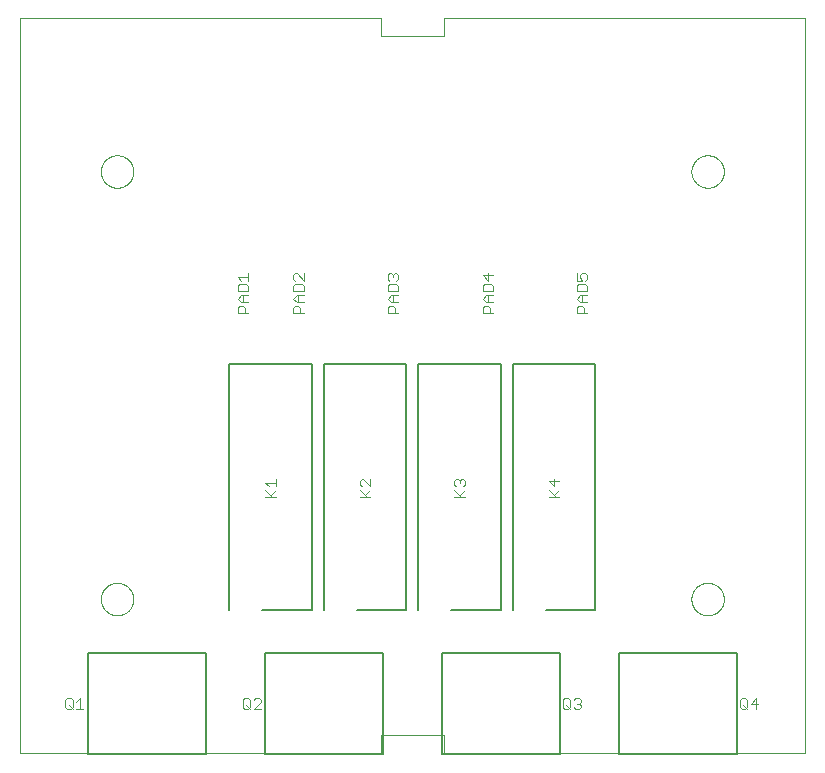
<source format=gto>
G75*
%MOIN*%
%OFA0B0*%
%FSLAX25Y25*%
%IPPOS*%
%LPD*%
%AMOC8*
5,1,8,0,0,1.08239X$1,22.5*
%
%ADD10C,0.00000*%
%ADD11C,0.00800*%
%ADD12C,0.00400*%
%ADD13C,0.00500*%
D10*
X0001000Y0010394D02*
X0001000Y0255276D01*
X0121472Y0255276D01*
X0121472Y0249370D01*
X0142339Y0249370D01*
X0142339Y0255276D01*
X0262811Y0255276D01*
X0262811Y0010394D01*
X0142339Y0010394D01*
X0142339Y0016299D01*
X0121472Y0016299D01*
X0121472Y0010394D01*
X0001000Y0010394D01*
X0028067Y0061575D02*
X0028069Y0061722D01*
X0028075Y0061868D01*
X0028085Y0062014D01*
X0028099Y0062160D01*
X0028117Y0062306D01*
X0028138Y0062451D01*
X0028164Y0062595D01*
X0028194Y0062739D01*
X0028227Y0062881D01*
X0028264Y0063023D01*
X0028305Y0063164D01*
X0028350Y0063303D01*
X0028399Y0063442D01*
X0028451Y0063579D01*
X0028508Y0063714D01*
X0028567Y0063848D01*
X0028631Y0063980D01*
X0028698Y0064110D01*
X0028768Y0064239D01*
X0028842Y0064366D01*
X0028919Y0064490D01*
X0029000Y0064613D01*
X0029084Y0064733D01*
X0029171Y0064851D01*
X0029261Y0064966D01*
X0029354Y0065079D01*
X0029451Y0065190D01*
X0029550Y0065298D01*
X0029652Y0065403D01*
X0029757Y0065505D01*
X0029865Y0065604D01*
X0029976Y0065701D01*
X0030089Y0065794D01*
X0030204Y0065884D01*
X0030322Y0065971D01*
X0030442Y0066055D01*
X0030565Y0066136D01*
X0030689Y0066213D01*
X0030816Y0066287D01*
X0030945Y0066357D01*
X0031075Y0066424D01*
X0031207Y0066488D01*
X0031341Y0066547D01*
X0031476Y0066604D01*
X0031613Y0066656D01*
X0031752Y0066705D01*
X0031891Y0066750D01*
X0032032Y0066791D01*
X0032174Y0066828D01*
X0032316Y0066861D01*
X0032460Y0066891D01*
X0032604Y0066917D01*
X0032749Y0066938D01*
X0032895Y0066956D01*
X0033041Y0066970D01*
X0033187Y0066980D01*
X0033333Y0066986D01*
X0033480Y0066988D01*
X0033627Y0066986D01*
X0033773Y0066980D01*
X0033919Y0066970D01*
X0034065Y0066956D01*
X0034211Y0066938D01*
X0034356Y0066917D01*
X0034500Y0066891D01*
X0034644Y0066861D01*
X0034786Y0066828D01*
X0034928Y0066791D01*
X0035069Y0066750D01*
X0035208Y0066705D01*
X0035347Y0066656D01*
X0035484Y0066604D01*
X0035619Y0066547D01*
X0035753Y0066488D01*
X0035885Y0066424D01*
X0036015Y0066357D01*
X0036144Y0066287D01*
X0036271Y0066213D01*
X0036395Y0066136D01*
X0036518Y0066055D01*
X0036638Y0065971D01*
X0036756Y0065884D01*
X0036871Y0065794D01*
X0036984Y0065701D01*
X0037095Y0065604D01*
X0037203Y0065505D01*
X0037308Y0065403D01*
X0037410Y0065298D01*
X0037509Y0065190D01*
X0037606Y0065079D01*
X0037699Y0064966D01*
X0037789Y0064851D01*
X0037876Y0064733D01*
X0037960Y0064613D01*
X0038041Y0064490D01*
X0038118Y0064366D01*
X0038192Y0064239D01*
X0038262Y0064110D01*
X0038329Y0063980D01*
X0038393Y0063848D01*
X0038452Y0063714D01*
X0038509Y0063579D01*
X0038561Y0063442D01*
X0038610Y0063303D01*
X0038655Y0063164D01*
X0038696Y0063023D01*
X0038733Y0062881D01*
X0038766Y0062739D01*
X0038796Y0062595D01*
X0038822Y0062451D01*
X0038843Y0062306D01*
X0038861Y0062160D01*
X0038875Y0062014D01*
X0038885Y0061868D01*
X0038891Y0061722D01*
X0038893Y0061575D01*
X0038891Y0061428D01*
X0038885Y0061282D01*
X0038875Y0061136D01*
X0038861Y0060990D01*
X0038843Y0060844D01*
X0038822Y0060699D01*
X0038796Y0060555D01*
X0038766Y0060411D01*
X0038733Y0060269D01*
X0038696Y0060127D01*
X0038655Y0059986D01*
X0038610Y0059847D01*
X0038561Y0059708D01*
X0038509Y0059571D01*
X0038452Y0059436D01*
X0038393Y0059302D01*
X0038329Y0059170D01*
X0038262Y0059040D01*
X0038192Y0058911D01*
X0038118Y0058784D01*
X0038041Y0058660D01*
X0037960Y0058537D01*
X0037876Y0058417D01*
X0037789Y0058299D01*
X0037699Y0058184D01*
X0037606Y0058071D01*
X0037509Y0057960D01*
X0037410Y0057852D01*
X0037308Y0057747D01*
X0037203Y0057645D01*
X0037095Y0057546D01*
X0036984Y0057449D01*
X0036871Y0057356D01*
X0036756Y0057266D01*
X0036638Y0057179D01*
X0036518Y0057095D01*
X0036395Y0057014D01*
X0036271Y0056937D01*
X0036144Y0056863D01*
X0036015Y0056793D01*
X0035885Y0056726D01*
X0035753Y0056662D01*
X0035619Y0056603D01*
X0035484Y0056546D01*
X0035347Y0056494D01*
X0035208Y0056445D01*
X0035069Y0056400D01*
X0034928Y0056359D01*
X0034786Y0056322D01*
X0034644Y0056289D01*
X0034500Y0056259D01*
X0034356Y0056233D01*
X0034211Y0056212D01*
X0034065Y0056194D01*
X0033919Y0056180D01*
X0033773Y0056170D01*
X0033627Y0056164D01*
X0033480Y0056162D01*
X0033333Y0056164D01*
X0033187Y0056170D01*
X0033041Y0056180D01*
X0032895Y0056194D01*
X0032749Y0056212D01*
X0032604Y0056233D01*
X0032460Y0056259D01*
X0032316Y0056289D01*
X0032174Y0056322D01*
X0032032Y0056359D01*
X0031891Y0056400D01*
X0031752Y0056445D01*
X0031613Y0056494D01*
X0031476Y0056546D01*
X0031341Y0056603D01*
X0031207Y0056662D01*
X0031075Y0056726D01*
X0030945Y0056793D01*
X0030816Y0056863D01*
X0030689Y0056937D01*
X0030565Y0057014D01*
X0030442Y0057095D01*
X0030322Y0057179D01*
X0030204Y0057266D01*
X0030089Y0057356D01*
X0029976Y0057449D01*
X0029865Y0057546D01*
X0029757Y0057645D01*
X0029652Y0057747D01*
X0029550Y0057852D01*
X0029451Y0057960D01*
X0029354Y0058071D01*
X0029261Y0058184D01*
X0029171Y0058299D01*
X0029084Y0058417D01*
X0029000Y0058537D01*
X0028919Y0058660D01*
X0028842Y0058784D01*
X0028768Y0058911D01*
X0028698Y0059040D01*
X0028631Y0059170D01*
X0028567Y0059302D01*
X0028508Y0059436D01*
X0028451Y0059571D01*
X0028399Y0059708D01*
X0028350Y0059847D01*
X0028305Y0059986D01*
X0028264Y0060127D01*
X0028227Y0060269D01*
X0028194Y0060411D01*
X0028164Y0060555D01*
X0028138Y0060699D01*
X0028117Y0060844D01*
X0028099Y0060990D01*
X0028085Y0061136D01*
X0028075Y0061282D01*
X0028069Y0061428D01*
X0028067Y0061575D01*
X0028067Y0204094D02*
X0028069Y0204241D01*
X0028075Y0204387D01*
X0028085Y0204533D01*
X0028099Y0204679D01*
X0028117Y0204825D01*
X0028138Y0204970D01*
X0028164Y0205114D01*
X0028194Y0205258D01*
X0028227Y0205400D01*
X0028264Y0205542D01*
X0028305Y0205683D01*
X0028350Y0205822D01*
X0028399Y0205961D01*
X0028451Y0206098D01*
X0028508Y0206233D01*
X0028567Y0206367D01*
X0028631Y0206499D01*
X0028698Y0206629D01*
X0028768Y0206758D01*
X0028842Y0206885D01*
X0028919Y0207009D01*
X0029000Y0207132D01*
X0029084Y0207252D01*
X0029171Y0207370D01*
X0029261Y0207485D01*
X0029354Y0207598D01*
X0029451Y0207709D01*
X0029550Y0207817D01*
X0029652Y0207922D01*
X0029757Y0208024D01*
X0029865Y0208123D01*
X0029976Y0208220D01*
X0030089Y0208313D01*
X0030204Y0208403D01*
X0030322Y0208490D01*
X0030442Y0208574D01*
X0030565Y0208655D01*
X0030689Y0208732D01*
X0030816Y0208806D01*
X0030945Y0208876D01*
X0031075Y0208943D01*
X0031207Y0209007D01*
X0031341Y0209066D01*
X0031476Y0209123D01*
X0031613Y0209175D01*
X0031752Y0209224D01*
X0031891Y0209269D01*
X0032032Y0209310D01*
X0032174Y0209347D01*
X0032316Y0209380D01*
X0032460Y0209410D01*
X0032604Y0209436D01*
X0032749Y0209457D01*
X0032895Y0209475D01*
X0033041Y0209489D01*
X0033187Y0209499D01*
X0033333Y0209505D01*
X0033480Y0209507D01*
X0033627Y0209505D01*
X0033773Y0209499D01*
X0033919Y0209489D01*
X0034065Y0209475D01*
X0034211Y0209457D01*
X0034356Y0209436D01*
X0034500Y0209410D01*
X0034644Y0209380D01*
X0034786Y0209347D01*
X0034928Y0209310D01*
X0035069Y0209269D01*
X0035208Y0209224D01*
X0035347Y0209175D01*
X0035484Y0209123D01*
X0035619Y0209066D01*
X0035753Y0209007D01*
X0035885Y0208943D01*
X0036015Y0208876D01*
X0036144Y0208806D01*
X0036271Y0208732D01*
X0036395Y0208655D01*
X0036518Y0208574D01*
X0036638Y0208490D01*
X0036756Y0208403D01*
X0036871Y0208313D01*
X0036984Y0208220D01*
X0037095Y0208123D01*
X0037203Y0208024D01*
X0037308Y0207922D01*
X0037410Y0207817D01*
X0037509Y0207709D01*
X0037606Y0207598D01*
X0037699Y0207485D01*
X0037789Y0207370D01*
X0037876Y0207252D01*
X0037960Y0207132D01*
X0038041Y0207009D01*
X0038118Y0206885D01*
X0038192Y0206758D01*
X0038262Y0206629D01*
X0038329Y0206499D01*
X0038393Y0206367D01*
X0038452Y0206233D01*
X0038509Y0206098D01*
X0038561Y0205961D01*
X0038610Y0205822D01*
X0038655Y0205683D01*
X0038696Y0205542D01*
X0038733Y0205400D01*
X0038766Y0205258D01*
X0038796Y0205114D01*
X0038822Y0204970D01*
X0038843Y0204825D01*
X0038861Y0204679D01*
X0038875Y0204533D01*
X0038885Y0204387D01*
X0038891Y0204241D01*
X0038893Y0204094D01*
X0038891Y0203947D01*
X0038885Y0203801D01*
X0038875Y0203655D01*
X0038861Y0203509D01*
X0038843Y0203363D01*
X0038822Y0203218D01*
X0038796Y0203074D01*
X0038766Y0202930D01*
X0038733Y0202788D01*
X0038696Y0202646D01*
X0038655Y0202505D01*
X0038610Y0202366D01*
X0038561Y0202227D01*
X0038509Y0202090D01*
X0038452Y0201955D01*
X0038393Y0201821D01*
X0038329Y0201689D01*
X0038262Y0201559D01*
X0038192Y0201430D01*
X0038118Y0201303D01*
X0038041Y0201179D01*
X0037960Y0201056D01*
X0037876Y0200936D01*
X0037789Y0200818D01*
X0037699Y0200703D01*
X0037606Y0200590D01*
X0037509Y0200479D01*
X0037410Y0200371D01*
X0037308Y0200266D01*
X0037203Y0200164D01*
X0037095Y0200065D01*
X0036984Y0199968D01*
X0036871Y0199875D01*
X0036756Y0199785D01*
X0036638Y0199698D01*
X0036518Y0199614D01*
X0036395Y0199533D01*
X0036271Y0199456D01*
X0036144Y0199382D01*
X0036015Y0199312D01*
X0035885Y0199245D01*
X0035753Y0199181D01*
X0035619Y0199122D01*
X0035484Y0199065D01*
X0035347Y0199013D01*
X0035208Y0198964D01*
X0035069Y0198919D01*
X0034928Y0198878D01*
X0034786Y0198841D01*
X0034644Y0198808D01*
X0034500Y0198778D01*
X0034356Y0198752D01*
X0034211Y0198731D01*
X0034065Y0198713D01*
X0033919Y0198699D01*
X0033773Y0198689D01*
X0033627Y0198683D01*
X0033480Y0198681D01*
X0033333Y0198683D01*
X0033187Y0198689D01*
X0033041Y0198699D01*
X0032895Y0198713D01*
X0032749Y0198731D01*
X0032604Y0198752D01*
X0032460Y0198778D01*
X0032316Y0198808D01*
X0032174Y0198841D01*
X0032032Y0198878D01*
X0031891Y0198919D01*
X0031752Y0198964D01*
X0031613Y0199013D01*
X0031476Y0199065D01*
X0031341Y0199122D01*
X0031207Y0199181D01*
X0031075Y0199245D01*
X0030945Y0199312D01*
X0030816Y0199382D01*
X0030689Y0199456D01*
X0030565Y0199533D01*
X0030442Y0199614D01*
X0030322Y0199698D01*
X0030204Y0199785D01*
X0030089Y0199875D01*
X0029976Y0199968D01*
X0029865Y0200065D01*
X0029757Y0200164D01*
X0029652Y0200266D01*
X0029550Y0200371D01*
X0029451Y0200479D01*
X0029354Y0200590D01*
X0029261Y0200703D01*
X0029171Y0200818D01*
X0029084Y0200936D01*
X0029000Y0201056D01*
X0028919Y0201179D01*
X0028842Y0201303D01*
X0028768Y0201430D01*
X0028698Y0201559D01*
X0028631Y0201689D01*
X0028567Y0201821D01*
X0028508Y0201955D01*
X0028451Y0202090D01*
X0028399Y0202227D01*
X0028350Y0202366D01*
X0028305Y0202505D01*
X0028264Y0202646D01*
X0028227Y0202788D01*
X0028194Y0202930D01*
X0028164Y0203074D01*
X0028138Y0203218D01*
X0028117Y0203363D01*
X0028099Y0203509D01*
X0028085Y0203655D01*
X0028075Y0203801D01*
X0028069Y0203947D01*
X0028067Y0204094D01*
X0224918Y0204094D02*
X0224920Y0204241D01*
X0224926Y0204387D01*
X0224936Y0204533D01*
X0224950Y0204679D01*
X0224968Y0204825D01*
X0224989Y0204970D01*
X0225015Y0205114D01*
X0225045Y0205258D01*
X0225078Y0205400D01*
X0225115Y0205542D01*
X0225156Y0205683D01*
X0225201Y0205822D01*
X0225250Y0205961D01*
X0225302Y0206098D01*
X0225359Y0206233D01*
X0225418Y0206367D01*
X0225482Y0206499D01*
X0225549Y0206629D01*
X0225619Y0206758D01*
X0225693Y0206885D01*
X0225770Y0207009D01*
X0225851Y0207132D01*
X0225935Y0207252D01*
X0226022Y0207370D01*
X0226112Y0207485D01*
X0226205Y0207598D01*
X0226302Y0207709D01*
X0226401Y0207817D01*
X0226503Y0207922D01*
X0226608Y0208024D01*
X0226716Y0208123D01*
X0226827Y0208220D01*
X0226940Y0208313D01*
X0227055Y0208403D01*
X0227173Y0208490D01*
X0227293Y0208574D01*
X0227416Y0208655D01*
X0227540Y0208732D01*
X0227667Y0208806D01*
X0227796Y0208876D01*
X0227926Y0208943D01*
X0228058Y0209007D01*
X0228192Y0209066D01*
X0228327Y0209123D01*
X0228464Y0209175D01*
X0228603Y0209224D01*
X0228742Y0209269D01*
X0228883Y0209310D01*
X0229025Y0209347D01*
X0229167Y0209380D01*
X0229311Y0209410D01*
X0229455Y0209436D01*
X0229600Y0209457D01*
X0229746Y0209475D01*
X0229892Y0209489D01*
X0230038Y0209499D01*
X0230184Y0209505D01*
X0230331Y0209507D01*
X0230478Y0209505D01*
X0230624Y0209499D01*
X0230770Y0209489D01*
X0230916Y0209475D01*
X0231062Y0209457D01*
X0231207Y0209436D01*
X0231351Y0209410D01*
X0231495Y0209380D01*
X0231637Y0209347D01*
X0231779Y0209310D01*
X0231920Y0209269D01*
X0232059Y0209224D01*
X0232198Y0209175D01*
X0232335Y0209123D01*
X0232470Y0209066D01*
X0232604Y0209007D01*
X0232736Y0208943D01*
X0232866Y0208876D01*
X0232995Y0208806D01*
X0233122Y0208732D01*
X0233246Y0208655D01*
X0233369Y0208574D01*
X0233489Y0208490D01*
X0233607Y0208403D01*
X0233722Y0208313D01*
X0233835Y0208220D01*
X0233946Y0208123D01*
X0234054Y0208024D01*
X0234159Y0207922D01*
X0234261Y0207817D01*
X0234360Y0207709D01*
X0234457Y0207598D01*
X0234550Y0207485D01*
X0234640Y0207370D01*
X0234727Y0207252D01*
X0234811Y0207132D01*
X0234892Y0207009D01*
X0234969Y0206885D01*
X0235043Y0206758D01*
X0235113Y0206629D01*
X0235180Y0206499D01*
X0235244Y0206367D01*
X0235303Y0206233D01*
X0235360Y0206098D01*
X0235412Y0205961D01*
X0235461Y0205822D01*
X0235506Y0205683D01*
X0235547Y0205542D01*
X0235584Y0205400D01*
X0235617Y0205258D01*
X0235647Y0205114D01*
X0235673Y0204970D01*
X0235694Y0204825D01*
X0235712Y0204679D01*
X0235726Y0204533D01*
X0235736Y0204387D01*
X0235742Y0204241D01*
X0235744Y0204094D01*
X0235742Y0203947D01*
X0235736Y0203801D01*
X0235726Y0203655D01*
X0235712Y0203509D01*
X0235694Y0203363D01*
X0235673Y0203218D01*
X0235647Y0203074D01*
X0235617Y0202930D01*
X0235584Y0202788D01*
X0235547Y0202646D01*
X0235506Y0202505D01*
X0235461Y0202366D01*
X0235412Y0202227D01*
X0235360Y0202090D01*
X0235303Y0201955D01*
X0235244Y0201821D01*
X0235180Y0201689D01*
X0235113Y0201559D01*
X0235043Y0201430D01*
X0234969Y0201303D01*
X0234892Y0201179D01*
X0234811Y0201056D01*
X0234727Y0200936D01*
X0234640Y0200818D01*
X0234550Y0200703D01*
X0234457Y0200590D01*
X0234360Y0200479D01*
X0234261Y0200371D01*
X0234159Y0200266D01*
X0234054Y0200164D01*
X0233946Y0200065D01*
X0233835Y0199968D01*
X0233722Y0199875D01*
X0233607Y0199785D01*
X0233489Y0199698D01*
X0233369Y0199614D01*
X0233246Y0199533D01*
X0233122Y0199456D01*
X0232995Y0199382D01*
X0232866Y0199312D01*
X0232736Y0199245D01*
X0232604Y0199181D01*
X0232470Y0199122D01*
X0232335Y0199065D01*
X0232198Y0199013D01*
X0232059Y0198964D01*
X0231920Y0198919D01*
X0231779Y0198878D01*
X0231637Y0198841D01*
X0231495Y0198808D01*
X0231351Y0198778D01*
X0231207Y0198752D01*
X0231062Y0198731D01*
X0230916Y0198713D01*
X0230770Y0198699D01*
X0230624Y0198689D01*
X0230478Y0198683D01*
X0230331Y0198681D01*
X0230184Y0198683D01*
X0230038Y0198689D01*
X0229892Y0198699D01*
X0229746Y0198713D01*
X0229600Y0198731D01*
X0229455Y0198752D01*
X0229311Y0198778D01*
X0229167Y0198808D01*
X0229025Y0198841D01*
X0228883Y0198878D01*
X0228742Y0198919D01*
X0228603Y0198964D01*
X0228464Y0199013D01*
X0228327Y0199065D01*
X0228192Y0199122D01*
X0228058Y0199181D01*
X0227926Y0199245D01*
X0227796Y0199312D01*
X0227667Y0199382D01*
X0227540Y0199456D01*
X0227416Y0199533D01*
X0227293Y0199614D01*
X0227173Y0199698D01*
X0227055Y0199785D01*
X0226940Y0199875D01*
X0226827Y0199968D01*
X0226716Y0200065D01*
X0226608Y0200164D01*
X0226503Y0200266D01*
X0226401Y0200371D01*
X0226302Y0200479D01*
X0226205Y0200590D01*
X0226112Y0200703D01*
X0226022Y0200818D01*
X0225935Y0200936D01*
X0225851Y0201056D01*
X0225770Y0201179D01*
X0225693Y0201303D01*
X0225619Y0201430D01*
X0225549Y0201559D01*
X0225482Y0201689D01*
X0225418Y0201821D01*
X0225359Y0201955D01*
X0225302Y0202090D01*
X0225250Y0202227D01*
X0225201Y0202366D01*
X0225156Y0202505D01*
X0225115Y0202646D01*
X0225078Y0202788D01*
X0225045Y0202930D01*
X0225015Y0203074D01*
X0224989Y0203218D01*
X0224968Y0203363D01*
X0224950Y0203509D01*
X0224936Y0203655D01*
X0224926Y0203801D01*
X0224920Y0203947D01*
X0224918Y0204094D01*
X0224918Y0061575D02*
X0224920Y0061722D01*
X0224926Y0061868D01*
X0224936Y0062014D01*
X0224950Y0062160D01*
X0224968Y0062306D01*
X0224989Y0062451D01*
X0225015Y0062595D01*
X0225045Y0062739D01*
X0225078Y0062881D01*
X0225115Y0063023D01*
X0225156Y0063164D01*
X0225201Y0063303D01*
X0225250Y0063442D01*
X0225302Y0063579D01*
X0225359Y0063714D01*
X0225418Y0063848D01*
X0225482Y0063980D01*
X0225549Y0064110D01*
X0225619Y0064239D01*
X0225693Y0064366D01*
X0225770Y0064490D01*
X0225851Y0064613D01*
X0225935Y0064733D01*
X0226022Y0064851D01*
X0226112Y0064966D01*
X0226205Y0065079D01*
X0226302Y0065190D01*
X0226401Y0065298D01*
X0226503Y0065403D01*
X0226608Y0065505D01*
X0226716Y0065604D01*
X0226827Y0065701D01*
X0226940Y0065794D01*
X0227055Y0065884D01*
X0227173Y0065971D01*
X0227293Y0066055D01*
X0227416Y0066136D01*
X0227540Y0066213D01*
X0227667Y0066287D01*
X0227796Y0066357D01*
X0227926Y0066424D01*
X0228058Y0066488D01*
X0228192Y0066547D01*
X0228327Y0066604D01*
X0228464Y0066656D01*
X0228603Y0066705D01*
X0228742Y0066750D01*
X0228883Y0066791D01*
X0229025Y0066828D01*
X0229167Y0066861D01*
X0229311Y0066891D01*
X0229455Y0066917D01*
X0229600Y0066938D01*
X0229746Y0066956D01*
X0229892Y0066970D01*
X0230038Y0066980D01*
X0230184Y0066986D01*
X0230331Y0066988D01*
X0230478Y0066986D01*
X0230624Y0066980D01*
X0230770Y0066970D01*
X0230916Y0066956D01*
X0231062Y0066938D01*
X0231207Y0066917D01*
X0231351Y0066891D01*
X0231495Y0066861D01*
X0231637Y0066828D01*
X0231779Y0066791D01*
X0231920Y0066750D01*
X0232059Y0066705D01*
X0232198Y0066656D01*
X0232335Y0066604D01*
X0232470Y0066547D01*
X0232604Y0066488D01*
X0232736Y0066424D01*
X0232866Y0066357D01*
X0232995Y0066287D01*
X0233122Y0066213D01*
X0233246Y0066136D01*
X0233369Y0066055D01*
X0233489Y0065971D01*
X0233607Y0065884D01*
X0233722Y0065794D01*
X0233835Y0065701D01*
X0233946Y0065604D01*
X0234054Y0065505D01*
X0234159Y0065403D01*
X0234261Y0065298D01*
X0234360Y0065190D01*
X0234457Y0065079D01*
X0234550Y0064966D01*
X0234640Y0064851D01*
X0234727Y0064733D01*
X0234811Y0064613D01*
X0234892Y0064490D01*
X0234969Y0064366D01*
X0235043Y0064239D01*
X0235113Y0064110D01*
X0235180Y0063980D01*
X0235244Y0063848D01*
X0235303Y0063714D01*
X0235360Y0063579D01*
X0235412Y0063442D01*
X0235461Y0063303D01*
X0235506Y0063164D01*
X0235547Y0063023D01*
X0235584Y0062881D01*
X0235617Y0062739D01*
X0235647Y0062595D01*
X0235673Y0062451D01*
X0235694Y0062306D01*
X0235712Y0062160D01*
X0235726Y0062014D01*
X0235736Y0061868D01*
X0235742Y0061722D01*
X0235744Y0061575D01*
X0235742Y0061428D01*
X0235736Y0061282D01*
X0235726Y0061136D01*
X0235712Y0060990D01*
X0235694Y0060844D01*
X0235673Y0060699D01*
X0235647Y0060555D01*
X0235617Y0060411D01*
X0235584Y0060269D01*
X0235547Y0060127D01*
X0235506Y0059986D01*
X0235461Y0059847D01*
X0235412Y0059708D01*
X0235360Y0059571D01*
X0235303Y0059436D01*
X0235244Y0059302D01*
X0235180Y0059170D01*
X0235113Y0059040D01*
X0235043Y0058911D01*
X0234969Y0058784D01*
X0234892Y0058660D01*
X0234811Y0058537D01*
X0234727Y0058417D01*
X0234640Y0058299D01*
X0234550Y0058184D01*
X0234457Y0058071D01*
X0234360Y0057960D01*
X0234261Y0057852D01*
X0234159Y0057747D01*
X0234054Y0057645D01*
X0233946Y0057546D01*
X0233835Y0057449D01*
X0233722Y0057356D01*
X0233607Y0057266D01*
X0233489Y0057179D01*
X0233369Y0057095D01*
X0233246Y0057014D01*
X0233122Y0056937D01*
X0232995Y0056863D01*
X0232866Y0056793D01*
X0232736Y0056726D01*
X0232604Y0056662D01*
X0232470Y0056603D01*
X0232335Y0056546D01*
X0232198Y0056494D01*
X0232059Y0056445D01*
X0231920Y0056400D01*
X0231779Y0056359D01*
X0231637Y0056322D01*
X0231495Y0056289D01*
X0231351Y0056259D01*
X0231207Y0056233D01*
X0231062Y0056212D01*
X0230916Y0056194D01*
X0230770Y0056180D01*
X0230624Y0056170D01*
X0230478Y0056164D01*
X0230331Y0056162D01*
X0230184Y0056164D01*
X0230038Y0056170D01*
X0229892Y0056180D01*
X0229746Y0056194D01*
X0229600Y0056212D01*
X0229455Y0056233D01*
X0229311Y0056259D01*
X0229167Y0056289D01*
X0229025Y0056322D01*
X0228883Y0056359D01*
X0228742Y0056400D01*
X0228603Y0056445D01*
X0228464Y0056494D01*
X0228327Y0056546D01*
X0228192Y0056603D01*
X0228058Y0056662D01*
X0227926Y0056726D01*
X0227796Y0056793D01*
X0227667Y0056863D01*
X0227540Y0056937D01*
X0227416Y0057014D01*
X0227293Y0057095D01*
X0227173Y0057179D01*
X0227055Y0057266D01*
X0226940Y0057356D01*
X0226827Y0057449D01*
X0226716Y0057546D01*
X0226608Y0057645D01*
X0226503Y0057747D01*
X0226401Y0057852D01*
X0226302Y0057960D01*
X0226205Y0058071D01*
X0226112Y0058184D01*
X0226022Y0058299D01*
X0225935Y0058417D01*
X0225851Y0058537D01*
X0225770Y0058660D01*
X0225693Y0058784D01*
X0225619Y0058911D01*
X0225549Y0059040D01*
X0225482Y0059170D01*
X0225418Y0059302D01*
X0225359Y0059436D01*
X0225302Y0059571D01*
X0225250Y0059708D01*
X0225201Y0059847D01*
X0225156Y0059986D01*
X0225115Y0060127D01*
X0225078Y0060269D01*
X0225045Y0060411D01*
X0225015Y0060555D01*
X0224989Y0060699D01*
X0224968Y0060844D01*
X0224950Y0060990D01*
X0224936Y0061136D01*
X0224926Y0061282D01*
X0224920Y0061428D01*
X0224918Y0061575D01*
D11*
X0192929Y0058031D02*
X0176394Y0058031D01*
X0165370Y0058031D02*
X0165370Y0139921D01*
X0192929Y0139921D01*
X0192929Y0058031D01*
X0161433Y0058031D02*
X0144898Y0058031D01*
X0133874Y0058031D02*
X0133874Y0139921D01*
X0161433Y0139921D01*
X0161433Y0058031D01*
X0129937Y0058031D02*
X0113402Y0058031D01*
X0102378Y0058031D02*
X0102378Y0139921D01*
X0129937Y0139921D01*
X0129937Y0058031D01*
X0098441Y0058031D02*
X0081906Y0058031D01*
X0070882Y0058031D02*
X0070882Y0139921D01*
X0098441Y0139921D01*
X0098441Y0058031D01*
D12*
X0080726Y0028504D02*
X0079546Y0028504D01*
X0078956Y0027914D01*
X0077691Y0027914D02*
X0077691Y0025554D01*
X0077101Y0024964D01*
X0075921Y0024964D01*
X0075331Y0025554D01*
X0075331Y0027914D01*
X0075921Y0028504D01*
X0077101Y0028504D01*
X0077691Y0027914D01*
X0076511Y0026144D02*
X0077691Y0024964D01*
X0078956Y0024964D02*
X0081316Y0027324D01*
X0081316Y0027914D01*
X0080726Y0028504D01*
X0081316Y0024964D02*
X0078956Y0024964D01*
X0022261Y0024964D02*
X0019901Y0024964D01*
X0021081Y0024964D02*
X0021081Y0028504D01*
X0019901Y0027324D01*
X0018636Y0027914D02*
X0018636Y0025554D01*
X0018046Y0024964D01*
X0016866Y0024964D01*
X0016276Y0025554D01*
X0016276Y0027914D01*
X0016866Y0028504D01*
X0018046Y0028504D01*
X0018636Y0027914D01*
X0017456Y0026144D02*
X0018636Y0024964D01*
X0082890Y0095551D02*
X0086430Y0095551D01*
X0085250Y0095551D02*
X0082890Y0097911D01*
X0084070Y0099176D02*
X0082890Y0100356D01*
X0086430Y0100356D01*
X0086430Y0099176D02*
X0086430Y0101536D01*
X0086430Y0097911D02*
X0084660Y0096141D01*
X0114386Y0095551D02*
X0117926Y0095551D01*
X0116746Y0095551D02*
X0114386Y0097911D01*
X0114976Y0099176D02*
X0114386Y0099766D01*
X0114386Y0100946D01*
X0114976Y0101536D01*
X0115566Y0101536D01*
X0117926Y0099176D01*
X0117926Y0101536D01*
X0117926Y0097911D02*
X0116156Y0096141D01*
X0145882Y0095551D02*
X0149422Y0095551D01*
X0148242Y0095551D02*
X0145882Y0097911D01*
X0146472Y0099176D02*
X0145882Y0099766D01*
X0145882Y0100946D01*
X0146472Y0101536D01*
X0147062Y0101536D01*
X0147652Y0100946D01*
X0148242Y0101536D01*
X0148832Y0101536D01*
X0149422Y0100946D01*
X0149422Y0099766D01*
X0148832Y0099176D01*
X0149422Y0097911D02*
X0147652Y0096141D01*
X0147652Y0100356D02*
X0147652Y0100946D01*
X0177378Y0100946D02*
X0179148Y0099176D01*
X0179148Y0101536D01*
X0180918Y0100946D02*
X0177378Y0100946D01*
X0177378Y0097911D02*
X0179738Y0095551D01*
X0179148Y0096141D02*
X0180918Y0097911D01*
X0180918Y0095551D02*
X0177378Y0095551D01*
X0186630Y0156887D02*
X0186630Y0158657D01*
X0187220Y0159247D01*
X0188400Y0159247D01*
X0188990Y0158657D01*
X0188990Y0156887D01*
X0190170Y0156887D02*
X0186630Y0156887D01*
X0187810Y0160512D02*
X0186630Y0161692D01*
X0187810Y0162872D01*
X0190170Y0162872D01*
X0190170Y0164137D02*
X0190170Y0165907D01*
X0189580Y0166497D01*
X0187220Y0166497D01*
X0186630Y0165907D01*
X0186630Y0164137D01*
X0190170Y0164137D01*
X0188400Y0162872D02*
X0188400Y0160512D01*
X0187810Y0160512D02*
X0190170Y0160512D01*
X0189580Y0167762D02*
X0190170Y0168352D01*
X0190170Y0169532D01*
X0189580Y0170122D01*
X0188400Y0170122D01*
X0187810Y0169532D01*
X0187810Y0168942D01*
X0188400Y0167762D01*
X0186630Y0167762D01*
X0186630Y0170122D01*
X0158871Y0169532D02*
X0155331Y0169532D01*
X0157101Y0167762D01*
X0157101Y0170122D01*
X0158281Y0166497D02*
X0155921Y0166497D01*
X0155331Y0165907D01*
X0155331Y0164137D01*
X0158871Y0164137D01*
X0158871Y0165907D01*
X0158281Y0166497D01*
X0158871Y0162872D02*
X0156511Y0162872D01*
X0155331Y0161692D01*
X0156511Y0160512D01*
X0158871Y0160512D01*
X0157101Y0160512D02*
X0157101Y0162872D01*
X0157101Y0159247D02*
X0157691Y0158657D01*
X0157691Y0156887D01*
X0158871Y0156887D02*
X0155331Y0156887D01*
X0155331Y0158657D01*
X0155921Y0159247D01*
X0157101Y0159247D01*
X0127178Y0160512D02*
X0124818Y0160512D01*
X0123638Y0161692D01*
X0124818Y0162872D01*
X0127178Y0162872D01*
X0127178Y0164137D02*
X0127178Y0165907D01*
X0126588Y0166497D01*
X0124228Y0166497D01*
X0123638Y0165907D01*
X0123638Y0164137D01*
X0127178Y0164137D01*
X0125408Y0162872D02*
X0125408Y0160512D01*
X0125408Y0159247D02*
X0125998Y0158657D01*
X0125998Y0156887D01*
X0127178Y0156887D02*
X0123638Y0156887D01*
X0123638Y0158657D01*
X0124228Y0159247D01*
X0125408Y0159247D01*
X0126588Y0167762D02*
X0127178Y0168352D01*
X0127178Y0169532D01*
X0126588Y0170122D01*
X0125998Y0170122D01*
X0125408Y0169532D01*
X0125408Y0168942D01*
X0125408Y0169532D02*
X0124818Y0170122D01*
X0124228Y0170122D01*
X0123638Y0169532D01*
X0123638Y0168352D01*
X0124228Y0167762D01*
X0095682Y0167762D02*
X0093322Y0170122D01*
X0092732Y0170122D01*
X0092142Y0169532D01*
X0092142Y0168352D01*
X0092732Y0167762D01*
X0092732Y0166497D02*
X0092142Y0165907D01*
X0092142Y0164137D01*
X0095682Y0164137D01*
X0095682Y0165907D01*
X0095092Y0166497D01*
X0092732Y0166497D01*
X0095682Y0167762D02*
X0095682Y0170122D01*
X0095682Y0162872D02*
X0093322Y0162872D01*
X0092142Y0161692D01*
X0093322Y0160512D01*
X0095682Y0160512D01*
X0093912Y0160512D02*
X0093912Y0162872D01*
X0093912Y0159247D02*
X0094502Y0158657D01*
X0094502Y0156887D01*
X0095682Y0156887D02*
X0092142Y0156887D01*
X0092142Y0158657D01*
X0092732Y0159247D01*
X0093912Y0159247D01*
X0077178Y0160512D02*
X0074818Y0160512D01*
X0073638Y0161692D01*
X0074818Y0162872D01*
X0077178Y0162872D01*
X0077178Y0164137D02*
X0077178Y0165907D01*
X0076588Y0166497D01*
X0074228Y0166497D01*
X0073638Y0165907D01*
X0073638Y0164137D01*
X0077178Y0164137D01*
X0075408Y0162872D02*
X0075408Y0160512D01*
X0075408Y0159247D02*
X0075998Y0158657D01*
X0075998Y0156887D01*
X0077178Y0156887D02*
X0073638Y0156887D01*
X0073638Y0158657D01*
X0074228Y0159247D01*
X0075408Y0159247D01*
X0074818Y0167762D02*
X0073638Y0168942D01*
X0077178Y0168942D01*
X0077178Y0167762D02*
X0077178Y0170122D01*
X0182614Y0028504D02*
X0183794Y0028504D01*
X0184384Y0027914D01*
X0184384Y0025554D01*
X0183794Y0024964D01*
X0182614Y0024964D01*
X0182024Y0025554D01*
X0182024Y0027914D01*
X0182614Y0028504D01*
X0183204Y0026144D02*
X0184384Y0024964D01*
X0185649Y0025554D02*
X0186239Y0024964D01*
X0187419Y0024964D01*
X0188009Y0025554D01*
X0188009Y0026144D01*
X0187419Y0026734D01*
X0186829Y0026734D01*
X0187419Y0026734D02*
X0188009Y0027324D01*
X0188009Y0027914D01*
X0187419Y0028504D01*
X0186239Y0028504D01*
X0185649Y0027914D01*
X0241079Y0027914D02*
X0241079Y0025554D01*
X0241669Y0024964D01*
X0242849Y0024964D01*
X0243439Y0025554D01*
X0243439Y0027914D01*
X0242849Y0028504D01*
X0241669Y0028504D01*
X0241079Y0027914D01*
X0242259Y0026144D02*
X0243439Y0024964D01*
X0244704Y0026734D02*
X0247064Y0026734D01*
X0246474Y0024964D02*
X0246474Y0028504D01*
X0244704Y0026734D01*
D13*
X0240173Y0043465D02*
X0240173Y0010000D01*
X0200803Y0010000D01*
X0200803Y0043465D01*
X0240173Y0043465D01*
X0181118Y0043465D02*
X0181118Y0010000D01*
X0141748Y0010000D01*
X0141748Y0043465D01*
X0181118Y0043465D01*
X0122063Y0043465D02*
X0122063Y0010000D01*
X0082693Y0010000D01*
X0082693Y0043465D01*
X0122063Y0043465D01*
X0063008Y0043465D02*
X0063008Y0010000D01*
X0023638Y0010000D01*
X0023638Y0043465D01*
X0063008Y0043465D01*
M02*

</source>
